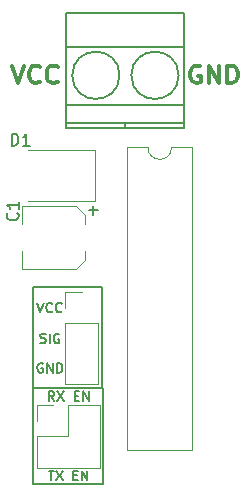
<source format=gto>
G04 #@! TF.FileFunction,Legend,Top*
%FSLAX46Y46*%
G04 Gerber Fmt 4.6, Leading zero omitted, Abs format (unit mm)*
G04 Created by KiCad (PCBNEW 4.0.6+dfsg1-1) date Thu Mar 15 12:52:20 2018*
%MOMM*%
%LPD*%
G01*
G04 APERTURE LIST*
%ADD10C,0.100000*%
%ADD11C,0.300000*%
%ADD12C,0.200000*%
%ADD13C,0.120000*%
%ADD14C,0.150000*%
G04 APERTURE END LIST*
D10*
D11*
X149100000Y-68478571D02*
X149600000Y-69978571D01*
X150100000Y-68478571D01*
X151457143Y-69835714D02*
X151385714Y-69907143D01*
X151171428Y-69978571D01*
X151028571Y-69978571D01*
X150814286Y-69907143D01*
X150671428Y-69764286D01*
X150600000Y-69621429D01*
X150528571Y-69335714D01*
X150528571Y-69121429D01*
X150600000Y-68835714D01*
X150671428Y-68692857D01*
X150814286Y-68550000D01*
X151028571Y-68478571D01*
X151171428Y-68478571D01*
X151385714Y-68550000D01*
X151457143Y-68621429D01*
X152957143Y-69835714D02*
X152885714Y-69907143D01*
X152671428Y-69978571D01*
X152528571Y-69978571D01*
X152314286Y-69907143D01*
X152171428Y-69764286D01*
X152100000Y-69621429D01*
X152028571Y-69335714D01*
X152028571Y-69121429D01*
X152100000Y-68835714D01*
X152171428Y-68692857D01*
X152314286Y-68550000D01*
X152528571Y-68478571D01*
X152671428Y-68478571D01*
X152885714Y-68550000D01*
X152957143Y-68621429D01*
X165057143Y-68550000D02*
X164914286Y-68478571D01*
X164700000Y-68478571D01*
X164485715Y-68550000D01*
X164342857Y-68692857D01*
X164271429Y-68835714D01*
X164200000Y-69121429D01*
X164200000Y-69335714D01*
X164271429Y-69621429D01*
X164342857Y-69764286D01*
X164485715Y-69907143D01*
X164700000Y-69978571D01*
X164842857Y-69978571D01*
X165057143Y-69907143D01*
X165128572Y-69835714D01*
X165128572Y-69335714D01*
X164842857Y-69335714D01*
X165771429Y-69978571D02*
X165771429Y-68478571D01*
X166628572Y-69978571D01*
X166628572Y-68478571D01*
X167342858Y-69978571D02*
X167342858Y-68478571D01*
X167700001Y-68478571D01*
X167914286Y-68550000D01*
X168057144Y-68692857D01*
X168128572Y-68835714D01*
X168200001Y-69121429D01*
X168200001Y-69335714D01*
X168128572Y-69621429D01*
X168057144Y-69764286D01*
X167914286Y-69907143D01*
X167700001Y-69978571D01*
X167342858Y-69978571D01*
D12*
X151233333Y-88561905D02*
X151500000Y-89361905D01*
X151766667Y-88561905D01*
X152490476Y-89285714D02*
X152452381Y-89323810D01*
X152338095Y-89361905D01*
X152261905Y-89361905D01*
X152147619Y-89323810D01*
X152071428Y-89247619D01*
X152033333Y-89171429D01*
X151995238Y-89019048D01*
X151995238Y-88904762D01*
X152033333Y-88752381D01*
X152071428Y-88676190D01*
X152147619Y-88600000D01*
X152261905Y-88561905D01*
X152338095Y-88561905D01*
X152452381Y-88600000D01*
X152490476Y-88638095D01*
X153290476Y-89285714D02*
X153252381Y-89323810D01*
X153138095Y-89361905D01*
X153061905Y-89361905D01*
X152947619Y-89323810D01*
X152871428Y-89247619D01*
X152833333Y-89171429D01*
X152795238Y-89019048D01*
X152795238Y-88904762D01*
X152833333Y-88752381D01*
X152871428Y-88676190D01*
X152947619Y-88600000D01*
X153061905Y-88561905D01*
X153138095Y-88561905D01*
X153252381Y-88600000D01*
X153290476Y-88638095D01*
X151480953Y-91923810D02*
X151595239Y-91961905D01*
X151785715Y-91961905D01*
X151861905Y-91923810D01*
X151900001Y-91885714D01*
X151938096Y-91809524D01*
X151938096Y-91733333D01*
X151900001Y-91657143D01*
X151861905Y-91619048D01*
X151785715Y-91580952D01*
X151633334Y-91542857D01*
X151557143Y-91504762D01*
X151519048Y-91466667D01*
X151480953Y-91390476D01*
X151480953Y-91314286D01*
X151519048Y-91238095D01*
X151557143Y-91200000D01*
X151633334Y-91161905D01*
X151823810Y-91161905D01*
X151938096Y-91200000D01*
X152280953Y-91961905D02*
X152280953Y-91161905D01*
X153080953Y-91200000D02*
X153004762Y-91161905D01*
X152890477Y-91161905D01*
X152776191Y-91200000D01*
X152700000Y-91276190D01*
X152661905Y-91352381D01*
X152623810Y-91504762D01*
X152623810Y-91619048D01*
X152661905Y-91771429D01*
X152700000Y-91847619D01*
X152776191Y-91923810D01*
X152890477Y-91961905D01*
X152966667Y-91961905D01*
X153080953Y-91923810D01*
X153119048Y-91885714D01*
X153119048Y-91619048D01*
X152966667Y-91619048D01*
X151690477Y-93700000D02*
X151614286Y-93661905D01*
X151500001Y-93661905D01*
X151385715Y-93700000D01*
X151309524Y-93776190D01*
X151271429Y-93852381D01*
X151233334Y-94004762D01*
X151233334Y-94119048D01*
X151271429Y-94271429D01*
X151309524Y-94347619D01*
X151385715Y-94423810D01*
X151500001Y-94461905D01*
X151576191Y-94461905D01*
X151690477Y-94423810D01*
X151728572Y-94385714D01*
X151728572Y-94119048D01*
X151576191Y-94119048D01*
X152071429Y-94461905D02*
X152071429Y-93661905D01*
X152528572Y-94461905D01*
X152528572Y-93661905D01*
X152909524Y-94461905D02*
X152909524Y-93661905D01*
X153100000Y-93661905D01*
X153214286Y-93700000D01*
X153290477Y-93776190D01*
X153328572Y-93852381D01*
X153366667Y-94004762D01*
X153366667Y-94119048D01*
X153328572Y-94271429D01*
X153290477Y-94347619D01*
X153214286Y-94423810D01*
X153100000Y-94461905D01*
X152909524Y-94461905D01*
X152680952Y-96861905D02*
X152414285Y-96480952D01*
X152223809Y-96861905D02*
X152223809Y-96061905D01*
X152528571Y-96061905D01*
X152604762Y-96100000D01*
X152642857Y-96138095D01*
X152680952Y-96214286D01*
X152680952Y-96328571D01*
X152642857Y-96404762D01*
X152604762Y-96442857D01*
X152528571Y-96480952D01*
X152223809Y-96480952D01*
X152947619Y-96061905D02*
X153480952Y-96861905D01*
X153480952Y-96061905D02*
X152947619Y-96861905D01*
X154395238Y-96442857D02*
X154661905Y-96442857D01*
X154776191Y-96861905D02*
X154395238Y-96861905D01*
X154395238Y-96061905D01*
X154776191Y-96061905D01*
X155119048Y-96861905D02*
X155119048Y-96061905D01*
X155576191Y-96861905D01*
X155576191Y-96061905D01*
X152204761Y-102761905D02*
X152661904Y-102761905D01*
X152433333Y-103561905D02*
X152433333Y-102761905D01*
X152852381Y-102761905D02*
X153385714Y-103561905D01*
X153385714Y-102761905D02*
X152852381Y-103561905D01*
X154300000Y-103142857D02*
X154566667Y-103142857D01*
X154680953Y-103561905D02*
X154300000Y-103561905D01*
X154300000Y-102761905D01*
X154680953Y-102761905D01*
X155023810Y-103561905D02*
X155023810Y-102761905D01*
X155480953Y-103561905D01*
X155480953Y-102761905D01*
X156800000Y-95800000D02*
X156600000Y-95800000D01*
X156800000Y-103900000D02*
X156800000Y-95800000D01*
X150900000Y-103900000D02*
X156800000Y-103900000D01*
X150900000Y-95800000D02*
X150900000Y-103900000D01*
X150900000Y-87200000D02*
X156700000Y-87200000D01*
X150900000Y-95800000D02*
X150900000Y-87200000D01*
X156700000Y-95800000D02*
X156700000Y-87200000D01*
X156600000Y-95800000D02*
X156700000Y-95800000D01*
X150900000Y-95800000D02*
X156600000Y-95800000D01*
D13*
X156150000Y-79950000D02*
X156150000Y-75650000D01*
X156150000Y-75650000D02*
X150450000Y-75650000D01*
X156150000Y-79950000D02*
X150450000Y-79950000D01*
X151210000Y-99870000D02*
X151210000Y-102530000D01*
X151210000Y-102530000D02*
X156530000Y-102530000D01*
X156530000Y-102530000D02*
X156530000Y-97210000D01*
X156530000Y-97210000D02*
X153870000Y-97210000D01*
X153870000Y-97210000D02*
X153870000Y-99870000D01*
X153870000Y-99870000D02*
X151210000Y-99870000D01*
X151210000Y-98600000D02*
X151210000Y-97210000D01*
X151210000Y-97210000D02*
X152600000Y-97210000D01*
D14*
X158700000Y-73300000D02*
X158700000Y-73800000D01*
X163200000Y-69300000D02*
G75*
G03X163200000Y-69300000I-2000000J0D01*
G01*
X158200000Y-69300000D02*
G75*
G03X158200000Y-69300000I-2000000J0D01*
G01*
X153700000Y-71800000D02*
X163700000Y-71800000D01*
X153700000Y-66900000D02*
X163700000Y-66900000D01*
X153700000Y-73300000D02*
X163700000Y-73300000D01*
X153700000Y-73800000D02*
X163700000Y-73800000D01*
X163700000Y-73800000D02*
X163700000Y-64000000D01*
X163700000Y-64000000D02*
X153700000Y-64000000D01*
X153700000Y-64000000D02*
X153700000Y-73800000D01*
D13*
X153610000Y-90270000D02*
X153610000Y-95470000D01*
X153610000Y-95470000D02*
X156390000Y-95470000D01*
X156390000Y-95470000D02*
X156390000Y-90270000D01*
X156390000Y-90270000D02*
X153610000Y-90270000D01*
X153610000Y-89000000D02*
X153610000Y-87610000D01*
X153610000Y-87610000D02*
X155000000Y-87610000D01*
X162610000Y-75410000D02*
G75*
G02X160610000Y-75410000I-1000000J0D01*
G01*
X160610000Y-75410000D02*
X158840000Y-75410000D01*
X158840000Y-75410000D02*
X158840000Y-101050000D01*
X158840000Y-101050000D02*
X164380000Y-101050000D01*
X164380000Y-101050000D02*
X164380000Y-75410000D01*
X164380000Y-75410000D02*
X162610000Y-75410000D01*
X149930000Y-85690000D02*
X149930000Y-84140000D01*
X149930000Y-80360000D02*
X149930000Y-81910000D01*
X155270000Y-81120000D02*
X155270000Y-81910000D01*
X155270000Y-84930000D02*
X155270000Y-84140000D01*
X149930000Y-85690000D02*
X154510000Y-85690000D01*
X154510000Y-85690000D02*
X155270000Y-84930000D01*
X155270000Y-81120000D02*
X154510000Y-80360000D01*
X154510000Y-80360000D02*
X149930000Y-80360000D01*
D14*
X149061905Y-75252381D02*
X149061905Y-74252381D01*
X149300000Y-74252381D01*
X149442858Y-74300000D01*
X149538096Y-74395238D01*
X149585715Y-74490476D01*
X149633334Y-74680952D01*
X149633334Y-74823810D01*
X149585715Y-75014286D01*
X149538096Y-75109524D01*
X149442858Y-75204762D01*
X149300000Y-75252381D01*
X149061905Y-75252381D01*
X150585715Y-75252381D02*
X150014286Y-75252381D01*
X150300000Y-75252381D02*
X150300000Y-74252381D01*
X150204762Y-74395238D01*
X150109524Y-74490476D01*
X150014286Y-74538095D01*
X149557143Y-80966666D02*
X149604762Y-81014285D01*
X149652381Y-81157142D01*
X149652381Y-81252380D01*
X149604762Y-81395238D01*
X149509524Y-81490476D01*
X149414286Y-81538095D01*
X149223810Y-81585714D01*
X149080952Y-81585714D01*
X148890476Y-81538095D01*
X148795238Y-81490476D01*
X148700000Y-81395238D01*
X148652381Y-81252380D01*
X148652381Y-81157142D01*
X148700000Y-81014285D01*
X148747619Y-80966666D01*
X149652381Y-80014285D02*
X149652381Y-80585714D01*
X149652381Y-80300000D02*
X148652381Y-80300000D01*
X148795238Y-80395238D01*
X148890476Y-80490476D01*
X148938095Y-80585714D01*
X155599048Y-80731429D02*
X156360953Y-80731429D01*
X155980001Y-81112381D02*
X155980001Y-80350476D01*
M02*

</source>
